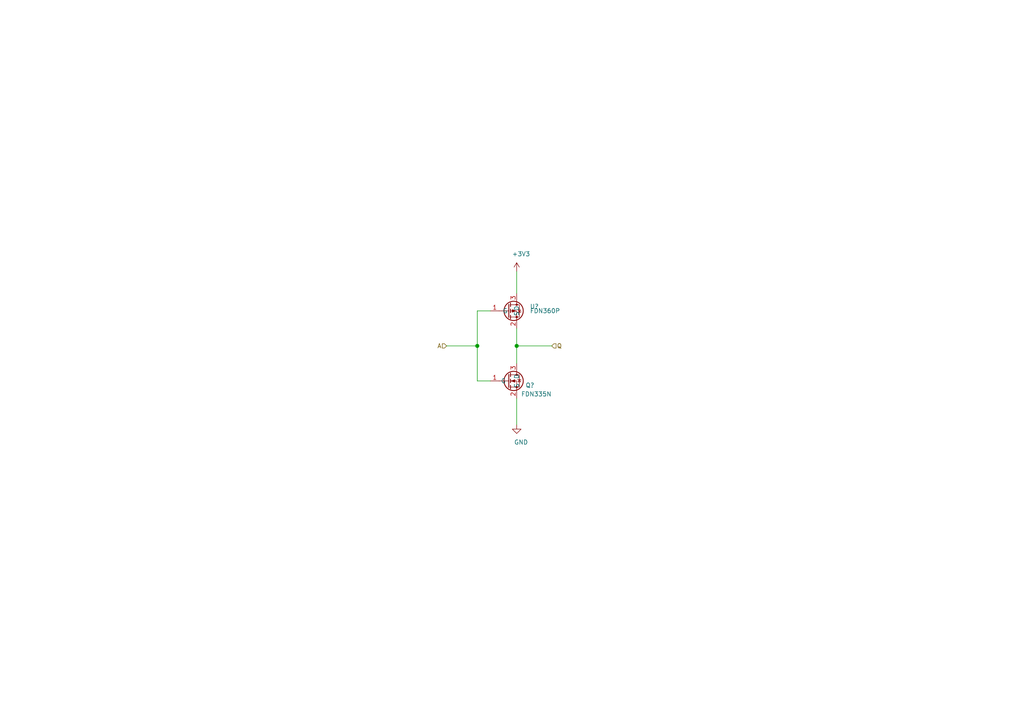
<source format=kicad_sch>
(kicad_sch (version 20200828) (generator eeschema)
  (page 5 34)
  (paper "A4")
  (lib_symbols
    (symbol "Custom_Transistors:FDN335N"
      (property "Reference" "Q" (at 9.525 -13.97 0))
      (property "Value" "FDN335N" (at 9.525 -13.97 0))
      (symbol "FDN335N_0_1"
        (circle (center -0.889 0) (radius 2.794) (stroke (width 0.254)))
        (circle (center 0 -1.778) (radius 0.254) (fill (type outline)))
        (circle (center 0 1.778) (radius 0.254) (fill (type outline)))
        (polyline (pts (xy -2.286 0) (xy -5.08 0)))
        (polyline (pts (xy -2.286 1.905) (xy -2.286 -1.905)) (stroke (width 0.254)))
        (polyline (pts (xy -1.778 -1.27) (xy -1.778 -2.286)) (stroke (width 0.254)))
        (polyline (pts (xy -1.778 0.508) (xy -1.778 -0.508)) (stroke (width 0.254)))
        (polyline (pts (xy -1.778 2.286) (xy -1.778 1.27)) (stroke (width 0.254)))
        (polyline (pts (xy 0 2.54) (xy 0 1.778)))
        (polyline (pts (xy 0 -2.54) (xy 0 0) (xy -1.778 0)))
        (polyline (pts (xy -1.778 -1.778) (xy 0.762 -1.778) (xy 0.762 1.778) (xy -1.778 1.778)))
        (polyline (pts (xy -1.524 0) (xy -0.508 0.381) (xy -0.508 -0.381) (xy -1.524 0)) (fill (type outline)))
        (polyline (pts (xy 0.254 0.508) (xy 0.381 0.381) (xy 1.143 0.381) (xy 1.27 0.254)))
        (polyline (pts (xy 0.762 0.381) (xy 0.381 -0.254) (xy 1.143 -0.254) (xy 0.762 0.381)))
      )
      (symbol "FDN335N_1_1"
        (pin passive line (at 0 5.08 270) (length 2.54) (name "D") (number "3"))
        (pin input line (at -7.62 0 0) (length 2.54) (name "G") (number "1"))
        (pin passive line (at 0 -5.08 90) (length 2.54) (name "S") (number "2"))
      )
    )
    (symbol "Custom_Transistors:FDN360P" (pin_names (offset 1.016))
      (property "Reference" "Q" (at 27.94 -11.43 0))
      (property "Value" "FDN360P" (at 27.94 -11.43 0))
      (symbol "FDN360P_0_1"
        (circle (center -0.889 0) (radius 2.794) (stroke (width 0.254)))
        (circle (center 0 -1.778) (radius 0.254) (fill (type outline)))
        (circle (center 0 1.778) (radius 0.254) (fill (type outline)))
        (polyline (pts (xy -2.286 0) (xy -5.08 0)))
        (polyline (pts (xy -2.286 1.905) (xy -2.286 -1.905)) (stroke (width 0.254)))
        (polyline (pts (xy -1.778 -1.27) (xy -1.778 -2.286)) (stroke (width 0.254)))
        (polyline (pts (xy -1.778 0.508) (xy -1.778 -0.508)) (stroke (width 0.254)))
        (polyline (pts (xy -1.778 2.286) (xy -1.778 1.27)) (stroke (width 0.254)))
        (polyline (pts (xy 0 2.54) (xy 0 1.778)))
        (polyline (pts (xy 0 -2.54) (xy 0 0) (xy -1.778 0)))
        (polyline (pts (xy -1.778 1.778) (xy 0.762 1.778) (xy 0.762 -1.778) (xy -1.778 -1.778)))
        (polyline (pts (xy -0.254 0) (xy -1.27 0.381) (xy -1.27 -0.381) (xy -0.254 0)) (fill (type outline)))
        (polyline (pts (xy 0.254 -0.508) (xy 0.381 -0.381) (xy 1.143 -0.381) (xy 1.27 -0.254)))
        (polyline (pts (xy 0.762 -0.381) (xy 0.381 0.254) (xy 1.143 0.254) (xy 0.762 -0.381)))
      )
      (symbol "FDN360P_1_1"
        (pin passive line (at 0 5.08 270) (length 2.54) (name "D") (number "3"))
        (pin input line (at -7.62 0 0) (length 2.54) (name "G") (number "1"))
        (pin passive line (at 0 -5.08 90) (length 2.54) (name "S") (number "2"))
      )
    )
    (symbol "power:+3V3" (power) (pin_names (offset 0))
      (property "Value" "+3V3" (at 0 3.556 0))
      (symbol "+3V3_0_1"
        (polyline (pts (xy -0.762 1.27) (xy 0 2.54)))
        (polyline (pts (xy 0 0) (xy 0 2.54)))
        (polyline (pts (xy 0 2.54) (xy 0.762 1.27)))
      )
      (symbol "+3V3_1_1"
        (pin power_in line (at 0 0 90) (length 0) hide (name "+3V3") (number "1"))
      )
    )
    (symbol "power:GND" (power) (pin_names (offset 0))
      (property "Value" "GND" (at 0 -3.81 0))
      (symbol "GND_0_1"
        (polyline (pts (xy 0 0) (xy 0 -1.27) (xy 1.27 -1.27) (xy 0 -2.54) (xy -1.27 -1.27) (xy 0 -1.27)))
      )
      (symbol "GND_1_1"
        (pin power_in line (at 0 0 270) (length 0) hide (name "GND") (number "1"))
      )
    )
  )
  (junction (at 138.43 100.33) (diameter 1.016))
  (junction (at 149.86 100.33) (diameter 1.016))
  (wire (pts (xy 129.54 100.33) (xy 138.43 100.33)))
  (wire (pts (xy 138.43 90.17) (xy 138.43 100.33)))
  (wire (pts (xy 138.43 100.33) (xy 138.43 110.49)))
  (wire (pts (xy 138.43 110.49) (xy 142.24 110.49)))
  (wire (pts (xy 142.24 90.17) (xy 138.43 90.17)))
  (wire (pts (xy 149.86 78.74) (xy 149.86 85.09)))
  (wire (pts (xy 149.86 95.25) (xy 149.86 100.33)))
  (wire (pts (xy 149.86 100.33) (xy 149.86 105.41)))
  (wire (pts (xy 149.86 100.33) (xy 160.02 100.33)))
  (wire (pts (xy 149.86 115.57) (xy 149.86 123.19)))
  (hierarchical_label "A" (shape input) (at 129.54 100.33 180))
  (hierarchical_label "Q" (shape input) (at 160.02 100.33 0))
  (symbol (lib_id "power:+3V3") (at 149.86 78.74 0)
    (property "Reference" "#PWR?" (effects hide))
    (property "Value" "+3V3" (at 151.13 73.66 0))
  )
  (symbol (lib_id "power:GND") (at 149.86 123.19 0)
    (property "Reference" "#PWR?" (effects hide))
    (property "Value" "GND" (at 151.13 128.27 0))
  )
  (symbol (lib_id "Custom_Transistors:FDN360P") (at 149.86 90.17 0)
    (property "Reference" "U?" (at 153.67 88.9 0) (effects (justify left)))
    (property "Value" "FDN360P" (at 153.67 90.17 0) (effects (justify left)))
    (property "Footprint" "Package_TO_SOT_SMD:SOT-23" (effects hide))
  )
  (symbol (lib_id "Custom_Transistors:FDN335N") (at 149.86 110.49 0)
    (property "Reference" "Q?" (at 152.4 111.76 0) (effects (justify left)))
    (property "Value" "FDN335N" (at 151.13 114.3 0) (effects (justify left)))
    (property "Footprint" "Package_TO_SOT_SMD:SOT-23" (effects hide))
    (property "Datasheet" "https://datasheet.lcsc.com/szlcsc/ON-Semicon-ON-FDN335N_C241804.pdf" (effects hide))
  )
)
</source>
